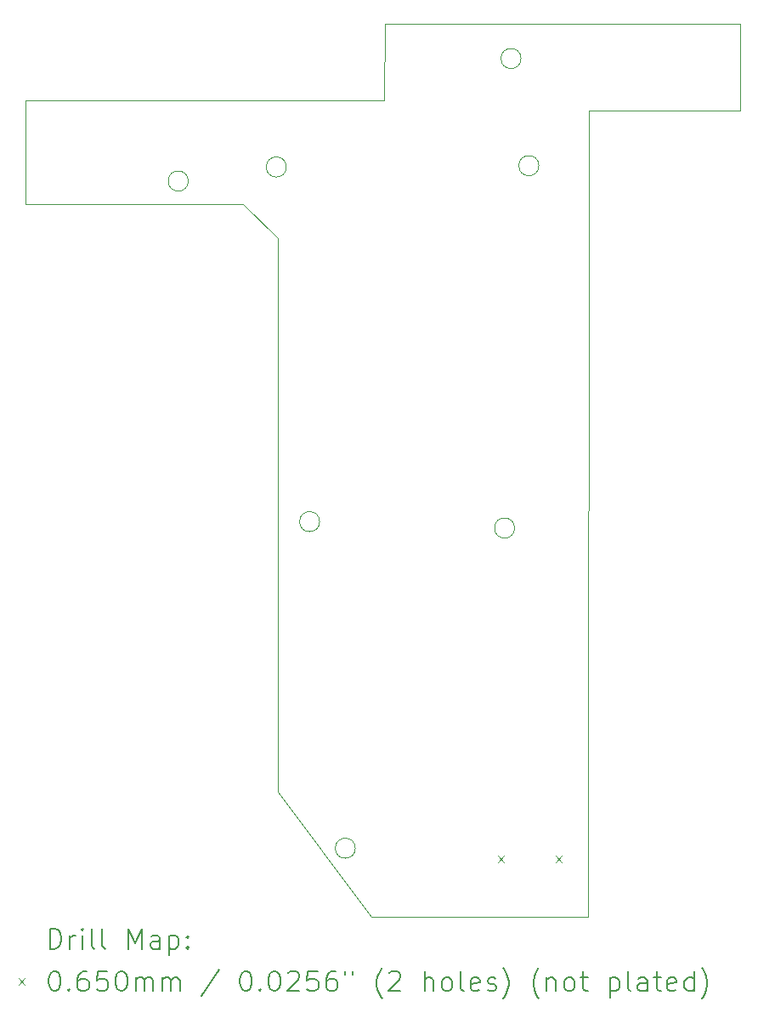
<source format=gbr>
%TF.GenerationSoftware,KiCad,Pcbnew,7.0.2-0*%
%TF.CreationDate,2025-01-26T18:27:37-07:00*%
%TF.ProjectId,LeftMB,4c656674-4d42-42e6-9b69-6361645f7063,rev?*%
%TF.SameCoordinates,Original*%
%TF.FileFunction,Drillmap*%
%TF.FilePolarity,Positive*%
%FSLAX45Y45*%
G04 Gerber Fmt 4.5, Leading zero omitted, Abs format (unit mm)*
G04 Created by KiCad (PCBNEW 7.0.2-0) date 2025-01-26 18:27:37*
%MOMM*%
%LPD*%
G01*
G04 APERTURE LIST*
%ADD10C,0.050000*%
%ADD11C,0.200000*%
%ADD12C,0.065000*%
G04 APERTURE END LIST*
D10*
X10325100Y-6616700D02*
G75*
G03*
X10325100Y-6616700I-100000J0D01*
G01*
X8140700Y-10160000D02*
G75*
G03*
X8140700Y-10160000I-100000J0D01*
G01*
X7721600Y-12852400D02*
X8659000Y-14097000D01*
X7721600Y-7340600D02*
X7721600Y-12852400D01*
X5207000Y-5969000D02*
X5207000Y-6997700D01*
X7808900Y-6629400D02*
G75*
G03*
X7808900Y-6629400I-100000J0D01*
G01*
X12331700Y-5207000D02*
X12331700Y-5930900D01*
X6832600Y-6769100D02*
G75*
G03*
X6832600Y-6769100I-100000J0D01*
G01*
X8786000Y-5969000D02*
X8788400Y-5207000D01*
X8496300Y-13411200D02*
G75*
G03*
X8496300Y-13411200I-100000J0D01*
G01*
X10083800Y-10223500D02*
G75*
G03*
X10083800Y-10223500I-100000J0D01*
G01*
X5207000Y-6997700D02*
X7378700Y-6997700D01*
X8659000Y-14097000D02*
X10818000Y-14097000D01*
X10147300Y-5549900D02*
G75*
G03*
X10147300Y-5549900I-100000J0D01*
G01*
X12331700Y-5930900D02*
X12331700Y-6070600D01*
X8788400Y-5207000D02*
X12331700Y-5207000D01*
X10820400Y-6070600D02*
X10818000Y-14097000D01*
X12331700Y-6070600D02*
X10820400Y-6070600D01*
X7378700Y-6997700D02*
X7721600Y-7340600D01*
X8786000Y-5969000D02*
X5207000Y-5969000D01*
D11*
D12*
X9913500Y-13486500D02*
X9978500Y-13551500D01*
X9978500Y-13486500D02*
X9913500Y-13551500D01*
X10491500Y-13486500D02*
X10556500Y-13551500D01*
X10556500Y-13486500D02*
X10491500Y-13551500D01*
D11*
X5452119Y-14412024D02*
X5452119Y-14212024D01*
X5452119Y-14212024D02*
X5499738Y-14212024D01*
X5499738Y-14212024D02*
X5528310Y-14221548D01*
X5528310Y-14221548D02*
X5547357Y-14240595D01*
X5547357Y-14240595D02*
X5556881Y-14259643D01*
X5556881Y-14259643D02*
X5566405Y-14297738D01*
X5566405Y-14297738D02*
X5566405Y-14326309D01*
X5566405Y-14326309D02*
X5556881Y-14364405D01*
X5556881Y-14364405D02*
X5547357Y-14383452D01*
X5547357Y-14383452D02*
X5528310Y-14402500D01*
X5528310Y-14402500D02*
X5499738Y-14412024D01*
X5499738Y-14412024D02*
X5452119Y-14412024D01*
X5652119Y-14412024D02*
X5652119Y-14278690D01*
X5652119Y-14316786D02*
X5661643Y-14297738D01*
X5661643Y-14297738D02*
X5671167Y-14288214D01*
X5671167Y-14288214D02*
X5690214Y-14278690D01*
X5690214Y-14278690D02*
X5709262Y-14278690D01*
X5775928Y-14412024D02*
X5775928Y-14278690D01*
X5775928Y-14212024D02*
X5766405Y-14221548D01*
X5766405Y-14221548D02*
X5775928Y-14231071D01*
X5775928Y-14231071D02*
X5785452Y-14221548D01*
X5785452Y-14221548D02*
X5775928Y-14212024D01*
X5775928Y-14212024D02*
X5775928Y-14231071D01*
X5899738Y-14412024D02*
X5880690Y-14402500D01*
X5880690Y-14402500D02*
X5871167Y-14383452D01*
X5871167Y-14383452D02*
X5871167Y-14212024D01*
X6004500Y-14412024D02*
X5985452Y-14402500D01*
X5985452Y-14402500D02*
X5975928Y-14383452D01*
X5975928Y-14383452D02*
X5975928Y-14212024D01*
X6233071Y-14412024D02*
X6233071Y-14212024D01*
X6233071Y-14212024D02*
X6299738Y-14354881D01*
X6299738Y-14354881D02*
X6366405Y-14212024D01*
X6366405Y-14212024D02*
X6366405Y-14412024D01*
X6547357Y-14412024D02*
X6547357Y-14307262D01*
X6547357Y-14307262D02*
X6537833Y-14288214D01*
X6537833Y-14288214D02*
X6518786Y-14278690D01*
X6518786Y-14278690D02*
X6480690Y-14278690D01*
X6480690Y-14278690D02*
X6461643Y-14288214D01*
X6547357Y-14402500D02*
X6528309Y-14412024D01*
X6528309Y-14412024D02*
X6480690Y-14412024D01*
X6480690Y-14412024D02*
X6461643Y-14402500D01*
X6461643Y-14402500D02*
X6452119Y-14383452D01*
X6452119Y-14383452D02*
X6452119Y-14364405D01*
X6452119Y-14364405D02*
X6461643Y-14345357D01*
X6461643Y-14345357D02*
X6480690Y-14335833D01*
X6480690Y-14335833D02*
X6528309Y-14335833D01*
X6528309Y-14335833D02*
X6547357Y-14326309D01*
X6642595Y-14278690D02*
X6642595Y-14478690D01*
X6642595Y-14288214D02*
X6661643Y-14278690D01*
X6661643Y-14278690D02*
X6699738Y-14278690D01*
X6699738Y-14278690D02*
X6718786Y-14288214D01*
X6718786Y-14288214D02*
X6728309Y-14297738D01*
X6728309Y-14297738D02*
X6737833Y-14316786D01*
X6737833Y-14316786D02*
X6737833Y-14373928D01*
X6737833Y-14373928D02*
X6728309Y-14392976D01*
X6728309Y-14392976D02*
X6718786Y-14402500D01*
X6718786Y-14402500D02*
X6699738Y-14412024D01*
X6699738Y-14412024D02*
X6661643Y-14412024D01*
X6661643Y-14412024D02*
X6642595Y-14402500D01*
X6823548Y-14392976D02*
X6833071Y-14402500D01*
X6833071Y-14402500D02*
X6823548Y-14412024D01*
X6823548Y-14412024D02*
X6814024Y-14402500D01*
X6814024Y-14402500D02*
X6823548Y-14392976D01*
X6823548Y-14392976D02*
X6823548Y-14412024D01*
X6823548Y-14288214D02*
X6833071Y-14297738D01*
X6833071Y-14297738D02*
X6823548Y-14307262D01*
X6823548Y-14307262D02*
X6814024Y-14297738D01*
X6814024Y-14297738D02*
X6823548Y-14288214D01*
X6823548Y-14288214D02*
X6823548Y-14307262D01*
D12*
X5139500Y-14707000D02*
X5204500Y-14772000D01*
X5204500Y-14707000D02*
X5139500Y-14772000D01*
D11*
X5490214Y-14632024D02*
X5509262Y-14632024D01*
X5509262Y-14632024D02*
X5528310Y-14641548D01*
X5528310Y-14641548D02*
X5537833Y-14651071D01*
X5537833Y-14651071D02*
X5547357Y-14670119D01*
X5547357Y-14670119D02*
X5556881Y-14708214D01*
X5556881Y-14708214D02*
X5556881Y-14755833D01*
X5556881Y-14755833D02*
X5547357Y-14793928D01*
X5547357Y-14793928D02*
X5537833Y-14812976D01*
X5537833Y-14812976D02*
X5528310Y-14822500D01*
X5528310Y-14822500D02*
X5509262Y-14832024D01*
X5509262Y-14832024D02*
X5490214Y-14832024D01*
X5490214Y-14832024D02*
X5471167Y-14822500D01*
X5471167Y-14822500D02*
X5461643Y-14812976D01*
X5461643Y-14812976D02*
X5452119Y-14793928D01*
X5452119Y-14793928D02*
X5442595Y-14755833D01*
X5442595Y-14755833D02*
X5442595Y-14708214D01*
X5442595Y-14708214D02*
X5452119Y-14670119D01*
X5452119Y-14670119D02*
X5461643Y-14651071D01*
X5461643Y-14651071D02*
X5471167Y-14641548D01*
X5471167Y-14641548D02*
X5490214Y-14632024D01*
X5642595Y-14812976D02*
X5652119Y-14822500D01*
X5652119Y-14822500D02*
X5642595Y-14832024D01*
X5642595Y-14832024D02*
X5633071Y-14822500D01*
X5633071Y-14822500D02*
X5642595Y-14812976D01*
X5642595Y-14812976D02*
X5642595Y-14832024D01*
X5823548Y-14632024D02*
X5785452Y-14632024D01*
X5785452Y-14632024D02*
X5766405Y-14641548D01*
X5766405Y-14641548D02*
X5756881Y-14651071D01*
X5756881Y-14651071D02*
X5737833Y-14679643D01*
X5737833Y-14679643D02*
X5728309Y-14717738D01*
X5728309Y-14717738D02*
X5728309Y-14793928D01*
X5728309Y-14793928D02*
X5737833Y-14812976D01*
X5737833Y-14812976D02*
X5747357Y-14822500D01*
X5747357Y-14822500D02*
X5766405Y-14832024D01*
X5766405Y-14832024D02*
X5804500Y-14832024D01*
X5804500Y-14832024D02*
X5823548Y-14822500D01*
X5823548Y-14822500D02*
X5833071Y-14812976D01*
X5833071Y-14812976D02*
X5842595Y-14793928D01*
X5842595Y-14793928D02*
X5842595Y-14746309D01*
X5842595Y-14746309D02*
X5833071Y-14727262D01*
X5833071Y-14727262D02*
X5823548Y-14717738D01*
X5823548Y-14717738D02*
X5804500Y-14708214D01*
X5804500Y-14708214D02*
X5766405Y-14708214D01*
X5766405Y-14708214D02*
X5747357Y-14717738D01*
X5747357Y-14717738D02*
X5737833Y-14727262D01*
X5737833Y-14727262D02*
X5728309Y-14746309D01*
X6023548Y-14632024D02*
X5928309Y-14632024D01*
X5928309Y-14632024D02*
X5918786Y-14727262D01*
X5918786Y-14727262D02*
X5928309Y-14717738D01*
X5928309Y-14717738D02*
X5947357Y-14708214D01*
X5947357Y-14708214D02*
X5994976Y-14708214D01*
X5994976Y-14708214D02*
X6014024Y-14717738D01*
X6014024Y-14717738D02*
X6023548Y-14727262D01*
X6023548Y-14727262D02*
X6033071Y-14746309D01*
X6033071Y-14746309D02*
X6033071Y-14793928D01*
X6033071Y-14793928D02*
X6023548Y-14812976D01*
X6023548Y-14812976D02*
X6014024Y-14822500D01*
X6014024Y-14822500D02*
X5994976Y-14832024D01*
X5994976Y-14832024D02*
X5947357Y-14832024D01*
X5947357Y-14832024D02*
X5928309Y-14822500D01*
X5928309Y-14822500D02*
X5918786Y-14812976D01*
X6156881Y-14632024D02*
X6175929Y-14632024D01*
X6175929Y-14632024D02*
X6194976Y-14641548D01*
X6194976Y-14641548D02*
X6204500Y-14651071D01*
X6204500Y-14651071D02*
X6214024Y-14670119D01*
X6214024Y-14670119D02*
X6223548Y-14708214D01*
X6223548Y-14708214D02*
X6223548Y-14755833D01*
X6223548Y-14755833D02*
X6214024Y-14793928D01*
X6214024Y-14793928D02*
X6204500Y-14812976D01*
X6204500Y-14812976D02*
X6194976Y-14822500D01*
X6194976Y-14822500D02*
X6175929Y-14832024D01*
X6175929Y-14832024D02*
X6156881Y-14832024D01*
X6156881Y-14832024D02*
X6137833Y-14822500D01*
X6137833Y-14822500D02*
X6128309Y-14812976D01*
X6128309Y-14812976D02*
X6118786Y-14793928D01*
X6118786Y-14793928D02*
X6109262Y-14755833D01*
X6109262Y-14755833D02*
X6109262Y-14708214D01*
X6109262Y-14708214D02*
X6118786Y-14670119D01*
X6118786Y-14670119D02*
X6128309Y-14651071D01*
X6128309Y-14651071D02*
X6137833Y-14641548D01*
X6137833Y-14641548D02*
X6156881Y-14632024D01*
X6309262Y-14832024D02*
X6309262Y-14698690D01*
X6309262Y-14717738D02*
X6318786Y-14708214D01*
X6318786Y-14708214D02*
X6337833Y-14698690D01*
X6337833Y-14698690D02*
X6366405Y-14698690D01*
X6366405Y-14698690D02*
X6385452Y-14708214D01*
X6385452Y-14708214D02*
X6394976Y-14727262D01*
X6394976Y-14727262D02*
X6394976Y-14832024D01*
X6394976Y-14727262D02*
X6404500Y-14708214D01*
X6404500Y-14708214D02*
X6423548Y-14698690D01*
X6423548Y-14698690D02*
X6452119Y-14698690D01*
X6452119Y-14698690D02*
X6471167Y-14708214D01*
X6471167Y-14708214D02*
X6480690Y-14727262D01*
X6480690Y-14727262D02*
X6480690Y-14832024D01*
X6575929Y-14832024D02*
X6575929Y-14698690D01*
X6575929Y-14717738D02*
X6585452Y-14708214D01*
X6585452Y-14708214D02*
X6604500Y-14698690D01*
X6604500Y-14698690D02*
X6633071Y-14698690D01*
X6633071Y-14698690D02*
X6652119Y-14708214D01*
X6652119Y-14708214D02*
X6661643Y-14727262D01*
X6661643Y-14727262D02*
X6661643Y-14832024D01*
X6661643Y-14727262D02*
X6671167Y-14708214D01*
X6671167Y-14708214D02*
X6690214Y-14698690D01*
X6690214Y-14698690D02*
X6718786Y-14698690D01*
X6718786Y-14698690D02*
X6737833Y-14708214D01*
X6737833Y-14708214D02*
X6747357Y-14727262D01*
X6747357Y-14727262D02*
X6747357Y-14832024D01*
X7137833Y-14622500D02*
X6966405Y-14879643D01*
X7394976Y-14632024D02*
X7414024Y-14632024D01*
X7414024Y-14632024D02*
X7433072Y-14641548D01*
X7433072Y-14641548D02*
X7442595Y-14651071D01*
X7442595Y-14651071D02*
X7452119Y-14670119D01*
X7452119Y-14670119D02*
X7461643Y-14708214D01*
X7461643Y-14708214D02*
X7461643Y-14755833D01*
X7461643Y-14755833D02*
X7452119Y-14793928D01*
X7452119Y-14793928D02*
X7442595Y-14812976D01*
X7442595Y-14812976D02*
X7433072Y-14822500D01*
X7433072Y-14822500D02*
X7414024Y-14832024D01*
X7414024Y-14832024D02*
X7394976Y-14832024D01*
X7394976Y-14832024D02*
X7375929Y-14822500D01*
X7375929Y-14822500D02*
X7366405Y-14812976D01*
X7366405Y-14812976D02*
X7356881Y-14793928D01*
X7356881Y-14793928D02*
X7347357Y-14755833D01*
X7347357Y-14755833D02*
X7347357Y-14708214D01*
X7347357Y-14708214D02*
X7356881Y-14670119D01*
X7356881Y-14670119D02*
X7366405Y-14651071D01*
X7366405Y-14651071D02*
X7375929Y-14641548D01*
X7375929Y-14641548D02*
X7394976Y-14632024D01*
X7547357Y-14812976D02*
X7556881Y-14822500D01*
X7556881Y-14822500D02*
X7547357Y-14832024D01*
X7547357Y-14832024D02*
X7537833Y-14822500D01*
X7537833Y-14822500D02*
X7547357Y-14812976D01*
X7547357Y-14812976D02*
X7547357Y-14832024D01*
X7680691Y-14632024D02*
X7699738Y-14632024D01*
X7699738Y-14632024D02*
X7718786Y-14641548D01*
X7718786Y-14641548D02*
X7728310Y-14651071D01*
X7728310Y-14651071D02*
X7737833Y-14670119D01*
X7737833Y-14670119D02*
X7747357Y-14708214D01*
X7747357Y-14708214D02*
X7747357Y-14755833D01*
X7747357Y-14755833D02*
X7737833Y-14793928D01*
X7737833Y-14793928D02*
X7728310Y-14812976D01*
X7728310Y-14812976D02*
X7718786Y-14822500D01*
X7718786Y-14822500D02*
X7699738Y-14832024D01*
X7699738Y-14832024D02*
X7680691Y-14832024D01*
X7680691Y-14832024D02*
X7661643Y-14822500D01*
X7661643Y-14822500D02*
X7652119Y-14812976D01*
X7652119Y-14812976D02*
X7642595Y-14793928D01*
X7642595Y-14793928D02*
X7633072Y-14755833D01*
X7633072Y-14755833D02*
X7633072Y-14708214D01*
X7633072Y-14708214D02*
X7642595Y-14670119D01*
X7642595Y-14670119D02*
X7652119Y-14651071D01*
X7652119Y-14651071D02*
X7661643Y-14641548D01*
X7661643Y-14641548D02*
X7680691Y-14632024D01*
X7823548Y-14651071D02*
X7833072Y-14641548D01*
X7833072Y-14641548D02*
X7852119Y-14632024D01*
X7852119Y-14632024D02*
X7899738Y-14632024D01*
X7899738Y-14632024D02*
X7918786Y-14641548D01*
X7918786Y-14641548D02*
X7928310Y-14651071D01*
X7928310Y-14651071D02*
X7937833Y-14670119D01*
X7937833Y-14670119D02*
X7937833Y-14689167D01*
X7937833Y-14689167D02*
X7928310Y-14717738D01*
X7928310Y-14717738D02*
X7814024Y-14832024D01*
X7814024Y-14832024D02*
X7937833Y-14832024D01*
X8118786Y-14632024D02*
X8023548Y-14632024D01*
X8023548Y-14632024D02*
X8014024Y-14727262D01*
X8014024Y-14727262D02*
X8023548Y-14717738D01*
X8023548Y-14717738D02*
X8042595Y-14708214D01*
X8042595Y-14708214D02*
X8090214Y-14708214D01*
X8090214Y-14708214D02*
X8109262Y-14717738D01*
X8109262Y-14717738D02*
X8118786Y-14727262D01*
X8118786Y-14727262D02*
X8128310Y-14746309D01*
X8128310Y-14746309D02*
X8128310Y-14793928D01*
X8128310Y-14793928D02*
X8118786Y-14812976D01*
X8118786Y-14812976D02*
X8109262Y-14822500D01*
X8109262Y-14822500D02*
X8090214Y-14832024D01*
X8090214Y-14832024D02*
X8042595Y-14832024D01*
X8042595Y-14832024D02*
X8023548Y-14822500D01*
X8023548Y-14822500D02*
X8014024Y-14812976D01*
X8299738Y-14632024D02*
X8261643Y-14632024D01*
X8261643Y-14632024D02*
X8242595Y-14641548D01*
X8242595Y-14641548D02*
X8233072Y-14651071D01*
X8233072Y-14651071D02*
X8214024Y-14679643D01*
X8214024Y-14679643D02*
X8204500Y-14717738D01*
X8204500Y-14717738D02*
X8204500Y-14793928D01*
X8204500Y-14793928D02*
X8214024Y-14812976D01*
X8214024Y-14812976D02*
X8223548Y-14822500D01*
X8223548Y-14822500D02*
X8242595Y-14832024D01*
X8242595Y-14832024D02*
X8280691Y-14832024D01*
X8280691Y-14832024D02*
X8299738Y-14822500D01*
X8299738Y-14822500D02*
X8309262Y-14812976D01*
X8309262Y-14812976D02*
X8318786Y-14793928D01*
X8318786Y-14793928D02*
X8318786Y-14746309D01*
X8318786Y-14746309D02*
X8309262Y-14727262D01*
X8309262Y-14727262D02*
X8299738Y-14717738D01*
X8299738Y-14717738D02*
X8280691Y-14708214D01*
X8280691Y-14708214D02*
X8242595Y-14708214D01*
X8242595Y-14708214D02*
X8223548Y-14717738D01*
X8223548Y-14717738D02*
X8214024Y-14727262D01*
X8214024Y-14727262D02*
X8204500Y-14746309D01*
X8394976Y-14632024D02*
X8394976Y-14670119D01*
X8471167Y-14632024D02*
X8471167Y-14670119D01*
X8766405Y-14908214D02*
X8756881Y-14898690D01*
X8756881Y-14898690D02*
X8737834Y-14870119D01*
X8737834Y-14870119D02*
X8728310Y-14851071D01*
X8728310Y-14851071D02*
X8718786Y-14822500D01*
X8718786Y-14822500D02*
X8709262Y-14774881D01*
X8709262Y-14774881D02*
X8709262Y-14736786D01*
X8709262Y-14736786D02*
X8718786Y-14689167D01*
X8718786Y-14689167D02*
X8728310Y-14660595D01*
X8728310Y-14660595D02*
X8737834Y-14641548D01*
X8737834Y-14641548D02*
X8756881Y-14612976D01*
X8756881Y-14612976D02*
X8766405Y-14603452D01*
X8833072Y-14651071D02*
X8842596Y-14641548D01*
X8842596Y-14641548D02*
X8861643Y-14632024D01*
X8861643Y-14632024D02*
X8909262Y-14632024D01*
X8909262Y-14632024D02*
X8928310Y-14641548D01*
X8928310Y-14641548D02*
X8937834Y-14651071D01*
X8937834Y-14651071D02*
X8947357Y-14670119D01*
X8947357Y-14670119D02*
X8947357Y-14689167D01*
X8947357Y-14689167D02*
X8937834Y-14717738D01*
X8937834Y-14717738D02*
X8823548Y-14832024D01*
X8823548Y-14832024D02*
X8947357Y-14832024D01*
X9185453Y-14832024D02*
X9185453Y-14632024D01*
X9271167Y-14832024D02*
X9271167Y-14727262D01*
X9271167Y-14727262D02*
X9261643Y-14708214D01*
X9261643Y-14708214D02*
X9242596Y-14698690D01*
X9242596Y-14698690D02*
X9214024Y-14698690D01*
X9214024Y-14698690D02*
X9194977Y-14708214D01*
X9194977Y-14708214D02*
X9185453Y-14717738D01*
X9394977Y-14832024D02*
X9375929Y-14822500D01*
X9375929Y-14822500D02*
X9366405Y-14812976D01*
X9366405Y-14812976D02*
X9356881Y-14793928D01*
X9356881Y-14793928D02*
X9356881Y-14736786D01*
X9356881Y-14736786D02*
X9366405Y-14717738D01*
X9366405Y-14717738D02*
X9375929Y-14708214D01*
X9375929Y-14708214D02*
X9394977Y-14698690D01*
X9394977Y-14698690D02*
X9423548Y-14698690D01*
X9423548Y-14698690D02*
X9442596Y-14708214D01*
X9442596Y-14708214D02*
X9452119Y-14717738D01*
X9452119Y-14717738D02*
X9461643Y-14736786D01*
X9461643Y-14736786D02*
X9461643Y-14793928D01*
X9461643Y-14793928D02*
X9452119Y-14812976D01*
X9452119Y-14812976D02*
X9442596Y-14822500D01*
X9442596Y-14822500D02*
X9423548Y-14832024D01*
X9423548Y-14832024D02*
X9394977Y-14832024D01*
X9575929Y-14832024D02*
X9556881Y-14822500D01*
X9556881Y-14822500D02*
X9547358Y-14803452D01*
X9547358Y-14803452D02*
X9547358Y-14632024D01*
X9728310Y-14822500D02*
X9709262Y-14832024D01*
X9709262Y-14832024D02*
X9671167Y-14832024D01*
X9671167Y-14832024D02*
X9652119Y-14822500D01*
X9652119Y-14822500D02*
X9642596Y-14803452D01*
X9642596Y-14803452D02*
X9642596Y-14727262D01*
X9642596Y-14727262D02*
X9652119Y-14708214D01*
X9652119Y-14708214D02*
X9671167Y-14698690D01*
X9671167Y-14698690D02*
X9709262Y-14698690D01*
X9709262Y-14698690D02*
X9728310Y-14708214D01*
X9728310Y-14708214D02*
X9737834Y-14727262D01*
X9737834Y-14727262D02*
X9737834Y-14746309D01*
X9737834Y-14746309D02*
X9642596Y-14765357D01*
X9814024Y-14822500D02*
X9833072Y-14832024D01*
X9833072Y-14832024D02*
X9871167Y-14832024D01*
X9871167Y-14832024D02*
X9890215Y-14822500D01*
X9890215Y-14822500D02*
X9899739Y-14803452D01*
X9899739Y-14803452D02*
X9899739Y-14793928D01*
X9899739Y-14793928D02*
X9890215Y-14774881D01*
X9890215Y-14774881D02*
X9871167Y-14765357D01*
X9871167Y-14765357D02*
X9842596Y-14765357D01*
X9842596Y-14765357D02*
X9823548Y-14755833D01*
X9823548Y-14755833D02*
X9814024Y-14736786D01*
X9814024Y-14736786D02*
X9814024Y-14727262D01*
X9814024Y-14727262D02*
X9823548Y-14708214D01*
X9823548Y-14708214D02*
X9842596Y-14698690D01*
X9842596Y-14698690D02*
X9871167Y-14698690D01*
X9871167Y-14698690D02*
X9890215Y-14708214D01*
X9966405Y-14908214D02*
X9975929Y-14898690D01*
X9975929Y-14898690D02*
X9994977Y-14870119D01*
X9994977Y-14870119D02*
X10004500Y-14851071D01*
X10004500Y-14851071D02*
X10014024Y-14822500D01*
X10014024Y-14822500D02*
X10023548Y-14774881D01*
X10023548Y-14774881D02*
X10023548Y-14736786D01*
X10023548Y-14736786D02*
X10014024Y-14689167D01*
X10014024Y-14689167D02*
X10004500Y-14660595D01*
X10004500Y-14660595D02*
X9994977Y-14641548D01*
X9994977Y-14641548D02*
X9975929Y-14612976D01*
X9975929Y-14612976D02*
X9966405Y-14603452D01*
X10328310Y-14908214D02*
X10318786Y-14898690D01*
X10318786Y-14898690D02*
X10299739Y-14870119D01*
X10299739Y-14870119D02*
X10290215Y-14851071D01*
X10290215Y-14851071D02*
X10280691Y-14822500D01*
X10280691Y-14822500D02*
X10271167Y-14774881D01*
X10271167Y-14774881D02*
X10271167Y-14736786D01*
X10271167Y-14736786D02*
X10280691Y-14689167D01*
X10280691Y-14689167D02*
X10290215Y-14660595D01*
X10290215Y-14660595D02*
X10299739Y-14641548D01*
X10299739Y-14641548D02*
X10318786Y-14612976D01*
X10318786Y-14612976D02*
X10328310Y-14603452D01*
X10404500Y-14698690D02*
X10404500Y-14832024D01*
X10404500Y-14717738D02*
X10414024Y-14708214D01*
X10414024Y-14708214D02*
X10433072Y-14698690D01*
X10433072Y-14698690D02*
X10461643Y-14698690D01*
X10461643Y-14698690D02*
X10480691Y-14708214D01*
X10480691Y-14708214D02*
X10490215Y-14727262D01*
X10490215Y-14727262D02*
X10490215Y-14832024D01*
X10614024Y-14832024D02*
X10594977Y-14822500D01*
X10594977Y-14822500D02*
X10585453Y-14812976D01*
X10585453Y-14812976D02*
X10575929Y-14793928D01*
X10575929Y-14793928D02*
X10575929Y-14736786D01*
X10575929Y-14736786D02*
X10585453Y-14717738D01*
X10585453Y-14717738D02*
X10594977Y-14708214D01*
X10594977Y-14708214D02*
X10614024Y-14698690D01*
X10614024Y-14698690D02*
X10642596Y-14698690D01*
X10642596Y-14698690D02*
X10661643Y-14708214D01*
X10661643Y-14708214D02*
X10671167Y-14717738D01*
X10671167Y-14717738D02*
X10680691Y-14736786D01*
X10680691Y-14736786D02*
X10680691Y-14793928D01*
X10680691Y-14793928D02*
X10671167Y-14812976D01*
X10671167Y-14812976D02*
X10661643Y-14822500D01*
X10661643Y-14822500D02*
X10642596Y-14832024D01*
X10642596Y-14832024D02*
X10614024Y-14832024D01*
X10737834Y-14698690D02*
X10814024Y-14698690D01*
X10766405Y-14632024D02*
X10766405Y-14803452D01*
X10766405Y-14803452D02*
X10775929Y-14822500D01*
X10775929Y-14822500D02*
X10794977Y-14832024D01*
X10794977Y-14832024D02*
X10814024Y-14832024D01*
X11033072Y-14698690D02*
X11033072Y-14898690D01*
X11033072Y-14708214D02*
X11052120Y-14698690D01*
X11052120Y-14698690D02*
X11090215Y-14698690D01*
X11090215Y-14698690D02*
X11109262Y-14708214D01*
X11109262Y-14708214D02*
X11118786Y-14717738D01*
X11118786Y-14717738D02*
X11128310Y-14736786D01*
X11128310Y-14736786D02*
X11128310Y-14793928D01*
X11128310Y-14793928D02*
X11118786Y-14812976D01*
X11118786Y-14812976D02*
X11109262Y-14822500D01*
X11109262Y-14822500D02*
X11090215Y-14832024D01*
X11090215Y-14832024D02*
X11052120Y-14832024D01*
X11052120Y-14832024D02*
X11033072Y-14822500D01*
X11242596Y-14832024D02*
X11223548Y-14822500D01*
X11223548Y-14822500D02*
X11214024Y-14803452D01*
X11214024Y-14803452D02*
X11214024Y-14632024D01*
X11404500Y-14832024D02*
X11404500Y-14727262D01*
X11404500Y-14727262D02*
X11394977Y-14708214D01*
X11394977Y-14708214D02*
X11375929Y-14698690D01*
X11375929Y-14698690D02*
X11337834Y-14698690D01*
X11337834Y-14698690D02*
X11318786Y-14708214D01*
X11404500Y-14822500D02*
X11385453Y-14832024D01*
X11385453Y-14832024D02*
X11337834Y-14832024D01*
X11337834Y-14832024D02*
X11318786Y-14822500D01*
X11318786Y-14822500D02*
X11309262Y-14803452D01*
X11309262Y-14803452D02*
X11309262Y-14784405D01*
X11309262Y-14784405D02*
X11318786Y-14765357D01*
X11318786Y-14765357D02*
X11337834Y-14755833D01*
X11337834Y-14755833D02*
X11385453Y-14755833D01*
X11385453Y-14755833D02*
X11404500Y-14746309D01*
X11471167Y-14698690D02*
X11547358Y-14698690D01*
X11499739Y-14632024D02*
X11499739Y-14803452D01*
X11499739Y-14803452D02*
X11509262Y-14822500D01*
X11509262Y-14822500D02*
X11528310Y-14832024D01*
X11528310Y-14832024D02*
X11547358Y-14832024D01*
X11690215Y-14822500D02*
X11671167Y-14832024D01*
X11671167Y-14832024D02*
X11633072Y-14832024D01*
X11633072Y-14832024D02*
X11614024Y-14822500D01*
X11614024Y-14822500D02*
X11604500Y-14803452D01*
X11604500Y-14803452D02*
X11604500Y-14727262D01*
X11604500Y-14727262D02*
X11614024Y-14708214D01*
X11614024Y-14708214D02*
X11633072Y-14698690D01*
X11633072Y-14698690D02*
X11671167Y-14698690D01*
X11671167Y-14698690D02*
X11690215Y-14708214D01*
X11690215Y-14708214D02*
X11699739Y-14727262D01*
X11699739Y-14727262D02*
X11699739Y-14746309D01*
X11699739Y-14746309D02*
X11604500Y-14765357D01*
X11871167Y-14832024D02*
X11871167Y-14632024D01*
X11871167Y-14822500D02*
X11852120Y-14832024D01*
X11852120Y-14832024D02*
X11814024Y-14832024D01*
X11814024Y-14832024D02*
X11794977Y-14822500D01*
X11794977Y-14822500D02*
X11785453Y-14812976D01*
X11785453Y-14812976D02*
X11775929Y-14793928D01*
X11775929Y-14793928D02*
X11775929Y-14736786D01*
X11775929Y-14736786D02*
X11785453Y-14717738D01*
X11785453Y-14717738D02*
X11794977Y-14708214D01*
X11794977Y-14708214D02*
X11814024Y-14698690D01*
X11814024Y-14698690D02*
X11852120Y-14698690D01*
X11852120Y-14698690D02*
X11871167Y-14708214D01*
X11947358Y-14908214D02*
X11956881Y-14898690D01*
X11956881Y-14898690D02*
X11975929Y-14870119D01*
X11975929Y-14870119D02*
X11985453Y-14851071D01*
X11985453Y-14851071D02*
X11994977Y-14822500D01*
X11994977Y-14822500D02*
X12004500Y-14774881D01*
X12004500Y-14774881D02*
X12004500Y-14736786D01*
X12004500Y-14736786D02*
X11994977Y-14689167D01*
X11994977Y-14689167D02*
X11985453Y-14660595D01*
X11985453Y-14660595D02*
X11975929Y-14641548D01*
X11975929Y-14641548D02*
X11956881Y-14612976D01*
X11956881Y-14612976D02*
X11947358Y-14603452D01*
M02*

</source>
